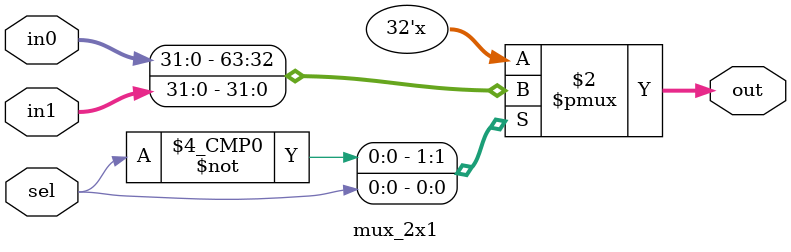
<source format=sv>
`timescale 1ns / 1ps


module mux_2x1(
    input logic sel,
    input logic [31:0] in0,
    input logic [31:0] in1,
    output logic [31:0] out
);

    always_comb begin
        case (sel)
            1'b0: out = in0; // reg_file2
            1'b1: out = in1; // imm_Ext
            default: out = 32'bx;
        endcase
    end

endmodule

</source>
